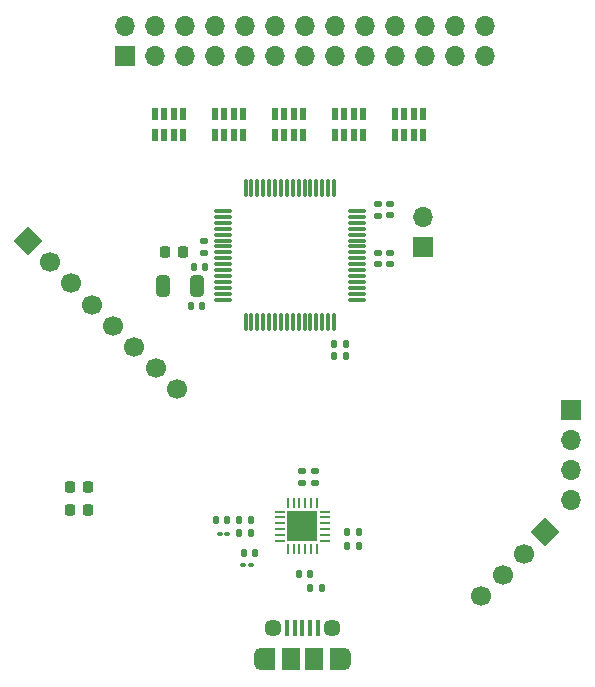
<source format=gbr>
%TF.GenerationSoftware,KiCad,Pcbnew,(6.0.10)*%
%TF.CreationDate,2023-01-10T15:23:54-05:00*%
%TF.ProjectId,cyton hat,6379746f-6e20-4686-9174-2e6b69636164,rev?*%
%TF.SameCoordinates,Original*%
%TF.FileFunction,Soldermask,Top*%
%TF.FilePolarity,Negative*%
%FSLAX46Y46*%
G04 Gerber Fmt 4.6, Leading zero omitted, Abs format (unit mm)*
G04 Created by KiCad (PCBNEW (6.0.10)) date 2023-01-10 15:23:54*
%MOMM*%
%LPD*%
G01*
G04 APERTURE LIST*
G04 Aperture macros list*
%AMRoundRect*
0 Rectangle with rounded corners*
0 $1 Rounding radius*
0 $2 $3 $4 $5 $6 $7 $8 $9 X,Y pos of 4 corners*
0 Add a 4 corners polygon primitive as box body*
4,1,4,$2,$3,$4,$5,$6,$7,$8,$9,$2,$3,0*
0 Add four circle primitives for the rounded corners*
1,1,$1+$1,$2,$3*
1,1,$1+$1,$4,$5*
1,1,$1+$1,$6,$7*
1,1,$1+$1,$8,$9*
0 Add four rect primitives between the rounded corners*
20,1,$1+$1,$2,$3,$4,$5,0*
20,1,$1+$1,$4,$5,$6,$7,0*
20,1,$1+$1,$6,$7,$8,$9,0*
20,1,$1+$1,$8,$9,$2,$3,0*%
%AMHorizOval*
0 Thick line with rounded ends*
0 $1 width*
0 $2 $3 position (X,Y) of the first rounded end (center of the circle)*
0 $4 $5 position (X,Y) of the second rounded end (center of the circle)*
0 Add line between two ends*
20,1,$1,$2,$3,$4,$5,0*
0 Add two circle primitives to create the rounded ends*
1,1,$1,$2,$3*
1,1,$1,$4,$5*%
%AMRotRect*
0 Rectangle, with rotation*
0 The origin of the aperture is its center*
0 $1 length*
0 $2 width*
0 $3 Rotation angle, in degrees counterclockwise*
0 Add horizontal line*
21,1,$1,$2,0,0,$3*%
G04 Aperture macros list end*
%ADD10R,1.700000X1.700000*%
%ADD11O,1.700000X1.700000*%
%ADD12RoundRect,0.225000X0.225000X0.250000X-0.225000X0.250000X-0.225000X-0.250000X0.225000X-0.250000X0*%
%ADD13RoundRect,0.218750X-0.218750X-0.256250X0.218750X-0.256250X0.218750X0.256250X-0.218750X0.256250X0*%
%ADD14RoundRect,0.037100X-0.227900X0.447900X-0.227900X-0.447900X0.227900X-0.447900X0.227900X0.447900X0*%
%ADD15RoundRect,0.037100X0.227900X-0.447900X0.227900X0.447900X-0.227900X0.447900X-0.227900X-0.447900X0*%
%ADD16RoundRect,0.147500X-0.147500X-0.172500X0.147500X-0.172500X0.147500X0.172500X-0.147500X0.172500X0*%
%ADD17RoundRect,0.140000X0.170000X-0.140000X0.170000X0.140000X-0.170000X0.140000X-0.170000X-0.140000X0*%
%ADD18RoundRect,0.140000X-0.170000X0.140000X-0.170000X-0.140000X0.170000X-0.140000X0.170000X0.140000X0*%
%ADD19RoundRect,0.135000X-0.185000X0.135000X-0.185000X-0.135000X0.185000X-0.135000X0.185000X0.135000X0*%
%ADD20RoundRect,0.135000X-0.135000X-0.185000X0.135000X-0.185000X0.135000X0.185000X-0.135000X0.185000X0*%
%ADD21RoundRect,0.140000X-0.140000X-0.170000X0.140000X-0.170000X0.140000X0.170000X-0.140000X0.170000X0*%
%ADD22RotRect,1.700000X1.700000X315.000000*%
%ADD23HorizOval,1.700000X0.000000X0.000000X0.000000X0.000000X0*%
%ADD24RoundRect,0.062500X-0.350000X-0.062500X0.350000X-0.062500X0.350000X0.062500X-0.350000X0.062500X0*%
%ADD25RoundRect,0.062500X-0.062500X-0.350000X0.062500X-0.350000X0.062500X0.350000X-0.062500X0.350000X0*%
%ADD26R,2.600000X2.600000*%
%ADD27RoundRect,0.100000X-0.130000X-0.100000X0.130000X-0.100000X0.130000X0.100000X-0.130000X0.100000X0*%
%ADD28R,0.400000X1.350000*%
%ADD29R,1.500000X1.900000*%
%ADD30R,1.200000X1.900000*%
%ADD31O,1.200000X1.900000*%
%ADD32C,1.450000*%
%ADD33RoundRect,0.135000X0.135000X0.185000X-0.135000X0.185000X-0.135000X-0.185000X0.135000X-0.185000X0*%
%ADD34RoundRect,0.075000X-0.075000X0.662500X-0.075000X-0.662500X0.075000X-0.662500X0.075000X0.662500X0*%
%ADD35RoundRect,0.075000X-0.662500X0.075000X-0.662500X-0.075000X0.662500X-0.075000X0.662500X0.075000X0*%
%ADD36RoundRect,0.135000X0.185000X-0.135000X0.185000X0.135000X-0.185000X0.135000X-0.185000X-0.135000X0*%
%ADD37RoundRect,0.100000X0.130000X0.100000X-0.130000X0.100000X-0.130000X-0.100000X0.130000X-0.100000X0*%
%ADD38RoundRect,0.147500X0.147500X0.172500X-0.147500X0.172500X-0.147500X-0.172500X0.147500X-0.172500X0*%
%ADD39RotRect,1.700000X1.700000X45.000000*%
%ADD40HorizOval,1.700000X0.000000X0.000000X0.000000X0.000000X0*%
%ADD41RoundRect,0.250000X-0.325000X-0.650000X0.325000X-0.650000X0.325000X0.650000X-0.325000X0.650000X0*%
G04 APERTURE END LIST*
D10*
%TO.C,J1*%
X124663200Y-84988400D03*
D11*
X124663200Y-82448400D03*
X127203200Y-84988400D03*
X127203200Y-82448400D03*
X129743200Y-84988400D03*
X129743200Y-82448400D03*
X132283200Y-84988400D03*
X132283200Y-82448400D03*
X134823200Y-84988400D03*
X134823200Y-82448400D03*
X137363200Y-84988400D03*
X137363200Y-82448400D03*
X139903200Y-84988400D03*
X139903200Y-82448400D03*
X142443200Y-84988400D03*
X142443200Y-82448400D03*
X144983200Y-84988400D03*
X144983200Y-82448400D03*
X147523200Y-84988400D03*
X147523200Y-82448400D03*
X150063200Y-84988400D03*
X150063200Y-82448400D03*
X152603200Y-84988400D03*
X152603200Y-82448400D03*
X155143200Y-84988400D03*
X155143200Y-82448400D03*
%TD*%
D12*
%TO.C,C13*%
X129603800Y-101625400D03*
X128053800Y-101625400D03*
%TD*%
D13*
%TO.C,D11*%
X120014800Y-123469400D03*
X121589800Y-123469400D03*
%TD*%
D14*
%TO.C,R2*%
X134683200Y-89916000D03*
X133883200Y-89916000D03*
X133083200Y-89916000D03*
X132283200Y-89916000D03*
D15*
X132283200Y-91666000D03*
X133083200Y-91666000D03*
X133883200Y-91666000D03*
X134683200Y-91666000D03*
%TD*%
D16*
%TO.C,D7*%
X134719200Y-127076200D03*
X135689200Y-127076200D03*
%TD*%
D17*
%TO.C,C14*%
X131343400Y-101648200D03*
X131343400Y-100688200D03*
%TD*%
D18*
%TO.C,C15*%
X147143900Y-97528000D03*
X147143900Y-98488000D03*
%TD*%
D19*
%TO.C,R6*%
X146102500Y-97496000D03*
X146102500Y-98516000D03*
%TD*%
D20*
%TO.C,R8*%
X134338600Y-125399800D03*
X135358600Y-125399800D03*
%TD*%
D14*
%TO.C,R1*%
X129603200Y-89916000D03*
X128803200Y-89916000D03*
X128003200Y-89916000D03*
X127203200Y-89916000D03*
D15*
X127203200Y-91666000D03*
X128003200Y-91666000D03*
X128803200Y-91666000D03*
X129603200Y-91666000D03*
%TD*%
D21*
%TO.C,C11*%
X130281800Y-106146600D03*
X131241800Y-106146600D03*
%TD*%
D16*
%TO.C,L1*%
X140355600Y-130073400D03*
X141325600Y-130073400D03*
%TD*%
D14*
%TO.C,R5*%
X149923200Y-89941400D03*
X149123200Y-89941400D03*
X148323200Y-89941400D03*
X147523200Y-89941400D03*
D15*
X147523200Y-91691400D03*
X148323200Y-91691400D03*
X149123200Y-91691400D03*
X149923200Y-91691400D03*
%TD*%
D22*
%TO.C,J3*%
X160248600Y-125323600D03*
D23*
X158452549Y-127119651D03*
X156656498Y-128915702D03*
X154860446Y-130711754D03*
%TD*%
D21*
%TO.C,C19*%
X142392400Y-110388400D03*
X143352400Y-110388400D03*
%TD*%
D24*
%TO.C,U2*%
X137762500Y-123565600D03*
X137762500Y-124065600D03*
X137762500Y-124565600D03*
X137762500Y-125065600D03*
X137762500Y-125565600D03*
X137762500Y-126065600D03*
D25*
X138450000Y-126753100D03*
X138950000Y-126753100D03*
X139450000Y-126753100D03*
X139950000Y-126753100D03*
X140450000Y-126753100D03*
X140950000Y-126753100D03*
D24*
X141637500Y-126065600D03*
X141637500Y-125565600D03*
X141637500Y-125065600D03*
X141637500Y-124565600D03*
X141637500Y-124065600D03*
X141637500Y-123565600D03*
D25*
X140950000Y-122878100D03*
X140450000Y-122878100D03*
X139950000Y-122878100D03*
X139450000Y-122878100D03*
X138950000Y-122878100D03*
X138450000Y-122878100D03*
D26*
X139700000Y-124815600D03*
%TD*%
D27*
%TO.C,C17*%
X134696200Y-128066800D03*
X135336200Y-128066800D03*
%TD*%
D10*
%TO.C,J5*%
X162433000Y-114960400D03*
D11*
X162433000Y-117500400D03*
X162433000Y-120040400D03*
X162433000Y-122580400D03*
%TD*%
D28*
%TO.C,CONN1*%
X138400000Y-133380300D03*
X139050000Y-133380300D03*
X139700000Y-133380300D03*
X140350000Y-133380300D03*
X141000000Y-133380300D03*
D29*
X138700000Y-136080300D03*
D30*
X142600000Y-136080300D03*
D31*
X143200000Y-136080300D03*
D32*
X137200000Y-133380300D03*
D31*
X136200000Y-136080300D03*
D30*
X136800000Y-136080300D03*
D32*
X142200000Y-133380300D03*
D29*
X140700000Y-136080300D03*
%TD*%
D18*
%TO.C,C10*%
X146075400Y-101650800D03*
X146075400Y-102610800D03*
%TD*%
D33*
%TO.C,R12*%
X144477200Y-126441200D03*
X143457200Y-126441200D03*
%TD*%
D21*
%TO.C,C16*%
X139400400Y-128879600D03*
X140360400Y-128879600D03*
%TD*%
D34*
%TO.C,U1*%
X142384900Y-96206300D03*
X141884900Y-96206300D03*
X141384900Y-96206300D03*
X140884900Y-96206300D03*
X140384900Y-96206300D03*
X139884900Y-96206300D03*
X139384900Y-96206300D03*
X138884900Y-96206300D03*
X138384900Y-96206300D03*
X137884900Y-96206300D03*
X137384900Y-96206300D03*
X136884900Y-96206300D03*
X136384900Y-96206300D03*
X135884900Y-96206300D03*
X135384900Y-96206300D03*
X134884900Y-96206300D03*
D35*
X132972400Y-98118800D03*
X132972400Y-98618800D03*
X132972400Y-99118800D03*
X132972400Y-99618800D03*
X132972400Y-100118800D03*
X132972400Y-100618800D03*
X132972400Y-101118800D03*
X132972400Y-101618800D03*
X132972400Y-102118800D03*
X132972400Y-102618800D03*
X132972400Y-103118800D03*
X132972400Y-103618800D03*
X132972400Y-104118800D03*
X132972400Y-104618800D03*
X132972400Y-105118800D03*
X132972400Y-105618800D03*
D34*
X134884900Y-107531300D03*
X135384900Y-107531300D03*
X135884900Y-107531300D03*
X136384900Y-107531300D03*
X136884900Y-107531300D03*
X137384900Y-107531300D03*
X137884900Y-107531300D03*
X138384900Y-107531300D03*
X138884900Y-107531300D03*
X139384900Y-107531300D03*
X139884900Y-107531300D03*
X140384900Y-107531300D03*
X140884900Y-107531300D03*
X141384900Y-107531300D03*
X141884900Y-107531300D03*
X142384900Y-107531300D03*
D35*
X144297400Y-105618800D03*
X144297400Y-105118800D03*
X144297400Y-104618800D03*
X144297400Y-104118800D03*
X144297400Y-103618800D03*
X144297400Y-103118800D03*
X144297400Y-102618800D03*
X144297400Y-102118800D03*
X144297400Y-101618800D03*
X144297400Y-101118800D03*
X144297400Y-100618800D03*
X144297400Y-100118800D03*
X144297400Y-99618800D03*
X144297400Y-99118800D03*
X144297400Y-98618800D03*
X144297400Y-98118800D03*
%TD*%
D13*
%TO.C,D10*%
X120014800Y-121462800D03*
X121589800Y-121462800D03*
%TD*%
D20*
%TO.C,R7*%
X134364000Y-124282200D03*
X135384000Y-124282200D03*
%TD*%
D36*
%TO.C,R10*%
X140766800Y-121107200D03*
X140766800Y-120087200D03*
%TD*%
D37*
%TO.C,C18*%
X133350400Y-125425200D03*
X132710400Y-125425200D03*
%TD*%
D18*
%TO.C,C8*%
X147142200Y-101650800D03*
X147142200Y-102610800D03*
%TD*%
D10*
%TO.C,J4*%
X149910800Y-101142800D03*
D11*
X149910800Y-98602800D03*
%TD*%
D33*
%TO.C,R11*%
X144502600Y-125323600D03*
X143482600Y-125323600D03*
%TD*%
D38*
%TO.C,D8*%
X133350000Y-124307600D03*
X132380000Y-124307600D03*
%TD*%
D14*
%TO.C,R4*%
X144830600Y-89916000D03*
X144030600Y-89916000D03*
X143230600Y-89916000D03*
X142430600Y-89916000D03*
D15*
X142430600Y-91666000D03*
X143230600Y-91666000D03*
X144030600Y-91666000D03*
X144830600Y-91666000D03*
%TD*%
D21*
%TO.C,C6*%
X130485000Y-102844600D03*
X131445000Y-102844600D03*
%TD*%
D14*
%TO.C,R3*%
X139763200Y-89916000D03*
X138963200Y-89916000D03*
X138163200Y-89916000D03*
X137363200Y-89916000D03*
D15*
X137363200Y-91666000D03*
X138163200Y-91666000D03*
X138963200Y-91666000D03*
X139763200Y-91666000D03*
%TD*%
D21*
%TO.C,C21*%
X142392400Y-109347000D03*
X143352400Y-109347000D03*
%TD*%
D39*
%TO.C,J2*%
X116500000Y-100650000D03*
D40*
X118296051Y-102446051D03*
X120092102Y-104242102D03*
X121888154Y-106038154D03*
X123684205Y-107834205D03*
X125480256Y-109630256D03*
X127276307Y-111426307D03*
X129072359Y-113222359D03*
%TD*%
D36*
%TO.C,R9*%
X139674600Y-121132600D03*
X139674600Y-120112600D03*
%TD*%
D41*
%TO.C,C12*%
X127861800Y-104470200D03*
X130811800Y-104470200D03*
%TD*%
M02*

</source>
